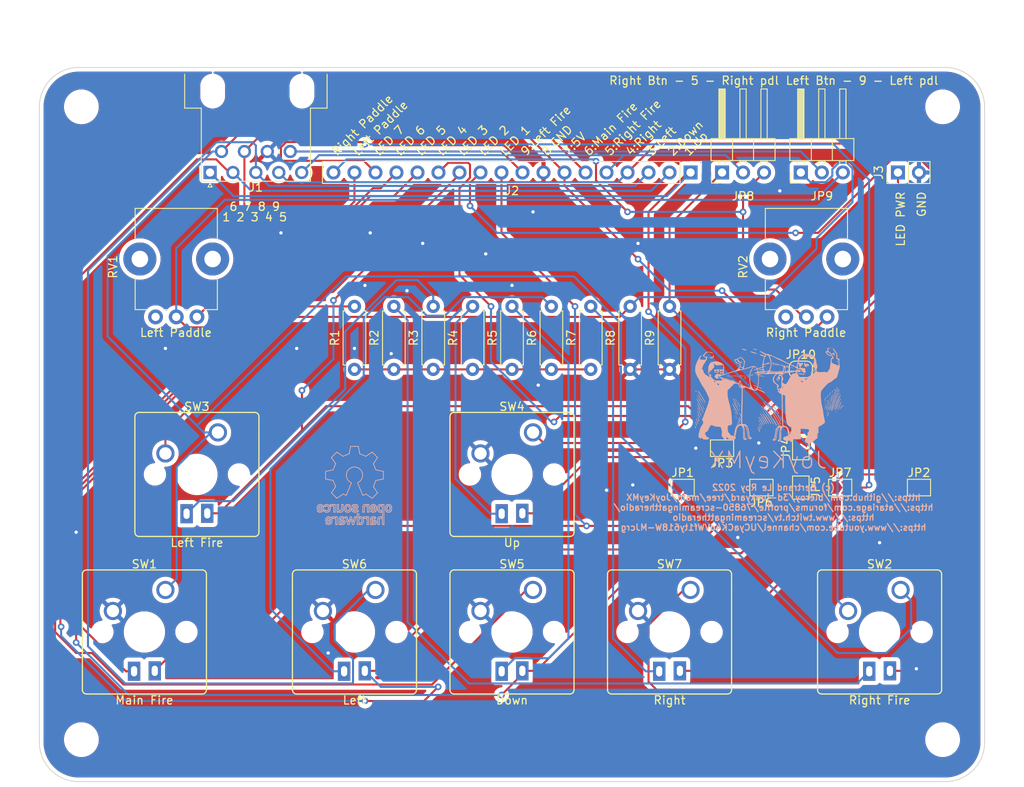
<source format=kicad_pcb>
(kicad_pcb (version 20211014) (generator pcbnew)
  (layers (0 "F.Cu" signal) (31 "B.Cu" signal) (34 "B.Paste" user) (35 "F.Paste" user) (36 "B.SilkS" user "B.Silkscreen") (37 "F.SilkS" user "F.Silkscreen") (38 "B.Mask" user) (39 "F.Mask" user) (44 "Edge.Cuts" user))
  (net 0 "")
  (net 1 "1")
  (net 2 "2")
  (net 3 "3")
  (net 4 "4")
  (net 5 "5")
  (net 6 "6")
  (net 7 "7")
  (net 8 "8")
  (net 9 "9")
  (net 10 "LEDVCC1")
  (net 11 "LEDVCC2")
  (net 12 "LEDVCC3")
  (net 13 "LEDVCC4")
  (net 14 "LEDVCC5")
  (net 15 "LEDVCC6")
  (net 16 "LEDVCC7")
  (net 17 "LED_VCC")
  (net 18 "BTNR")
  (net 19 "POTR")
  (net 20 "BTNL")
  (net 21 "POTL")
  (net 22 "LED_OUT")
  (net 23 "Net-(SW1-Pad3)")
  (net 24 "Net-(R2-Pad2)")
  (net 25 "Net-(SW`3-Pad3)")
  (net 26 "Net-(SW4-Pad3)")
  (net 27 "Net-(R5-Pad2)")
  (net 28 "Net-(R6-Pad2)")
  (net 29 "Net-(R7-Pad2)")
  (footprint "Connector_PinHeader_2.54mm:PinHeader_1x03_P2.54mm_Horizontal" (layer "F.Cu") (at 152.4 71.4375 90)
    (fp_text reference "JP8")
    (fp_text value "Jumper_3_Open")
  )
  (footprint "Jumper:SolderJumper-2_P1.3mm_Open_TrianglePad1.0x1.5mm" (layer "F.Cu") (at 157.1625 109.5375 180)
    (fp_text reference "JP6")
    (fp_text value "SolderJumper_2_Open")
  )
  (footprint "Universal-Switch-Footprint:MX-ALPs-PG1350-LED-FLIP" (layer "F.Cu") (at 146.05 127)
    (fp_text reference "SW7")
    (fp_text value "SW_WITHLED")
  )
  (footprint "Resistor_THT:R_Axial_DIN0207_L6.3mm_D2.5mm_P7.62mm_Horizontal" (layer "F.Cu") (at 131.7625 95.25 90)
    (fp_text reference "R6")
    (fp_text value "100")
  )
  (footprint "Jumper:SolderJumper-2_P1.3mm_Open_TrianglePad1.0x1.5mm" (layer "F.Cu") (at 176.2125 109.5375)
    (fp_text reference "JP2")
    (fp_text value "SolderJumper_2_Open")
  )
  (footprint "Connector_Dsub:DSUB-9_Female_Horizontal_P2.77x2.54mm_EdgePinOffset9.40mm" (layer "F.Cu") (at 90.4875 71.4375 180)
    (fp_text reference "J1")
    (fp_text value "DB9_Female")
  )
  (footprint "Connector_PinHeader_2.54mm:PinHeader_1x03_P2.54mm_Horizontal" (layer "F.Cu") (at 161.925 71.4375 90)
    (fp_text reference "JP9")
    (fp_text value "Jumper_3_Open")
  )
  (footprint "Jumper:SolderJumper-2_P1.3mm_Open_TrianglePad1.0x1.5mm" (layer "F.Cu") (at 147.6375 109.5375)
    (fp_text reference "JP1")
    (fp_text value "SolderJumper_2_Open")
  )
  (footprint "Universal-Switch-Footprint:MX-ALPs-PG1350-LED-FLIP" (layer "F.Cu") (at 88.9 107.95)
    (fp_text reference "SW3")
    (fp_text value "SW_WITHLED")
  )
  (footprint "Resistor_THT:R_Axial_DIN0207_L6.3mm_D2.5mm_P7.62mm_Horizontal" (layer "F.Cu") (at 107.95 95.25 90)
    (fp_text reference "R1")
    (fp_text value "100")
  )
  (footprint "Connector_PinHeader_2.54mm:PinHeader_1x18_P2.54mm_Vertical" (layer "F.Cu") (at 148.59 71.4375 -90)
    (fp_text reference "J2")
    (fp_text value "Conn_01x18")
  )
  (footprint "MountingHole:MountingHole_3.2mm_M3" (layer "F.Cu") (at 179.07 140.0175)
    (fp_text reference "REF**" hide)
    (fp_text value "MountingHole_3.2mm_M3")
  )
  (footprint "Universal-Switch-Footprint:MX-ALPs-PG1350-LED-FLIP" (layer "F.Cu") (at 127 107.95)
    (fp_text reference "SW4")
    (fp_text value "SW_WITHLED")
  )
  (footprint "Resistor_THT:R_Axial_DIN0207_L6.3mm_D2.5mm_P7.62mm_Horizontal" (layer "F.Cu") (at 122.2375 95.25 90)
    (fp_text reference "R4")
    (fp_text value "100")
  )
  (footprint "Connector_PinHeader_2.54mm:PinHeader_1x02_P2.54mm_Vertical" (layer "F.Cu") (at 173.6725 71.4375 90)
    (fp_text reference "J3")
    (fp_text value "Conn_01x02")
  )
  (footprint "Resistor_THT:R_Axial_DIN0207_L6.3mm_D2.5mm_P7.62mm_Horizontal" (layer "F.Cu") (at 127 95.25 90)
    (fp_text reference "R5")
    (fp_text value "100")
  )
  (footprint "Resistor_THT:R_Axial_DIN0207_L6.3mm_D2.5mm_P7.62mm_Horizontal" (layer "F.Cu") (at 141.2875 95.25 90)
    (fp_text reference "R8")
    (fp_text value "520")
  )
  (footprint "Jumper:SolderJumper-2_P1.3mm_Open_TrianglePad1.0x1.5mm" (layer "F.Cu") (at 161.925 104.775 90)
    (fp_text reference "JP4")
    (fp_text value "SolderJumper_2_Open")
  )
  (footprint "Jumper:SolderJumper-2_P1.3mm_Open_TrianglePad1.0x1.5mm" (layer "F.Cu") (at 166.6875 109.5375)
    (fp_text reference "JP7")
    (fp_text value "SolderJumper_2_Open")
  )
  (footprint "MountingHole:MountingHole_3.2mm_M3" (layer "F.Cu") (at 90.805 61.595)
    (fp_text reference "REF**" hide)
    (fp_text value "MountingHole_3.2mm_M3")
  )
  (footprint "MountingHole:MountingHole_3.2mm_M3" (layer "F.Cu") (at 101.6 61.595)
    (fp_text reference "REF**" hide)
    (fp_text value "MountingHole_3.2mm_M3")
  )
  (footprint "Universal-Switch-Footprint:MX-ALPs-PG1350-LED-FLIP" (layer "F.Cu") (at 171.45 127)
    (fp_text reference "SW2")
    (fp_text value "SW_WITHLED")
  )
  (footprint "Resistor_THT:R_Axial_DIN0207_L6.3mm_D2.5mm_P7.62mm_Horizontal" (layer "F.Cu") (at 136.525 95.25 90)
    (fp_text reference "R7")
    (fp_text value "100")
  )
  (footprint "Jumper:SolderJumper-2_P1.3mm_Open_TrianglePad1.0x1.5mm" (layer "F.Cu") (at 161.925 109.5375 -90)
    (fp_text reference "JP5")
    (fp_text value "SolderJumper_2_Open")
  )
  (footprint "Potentiometer_THT:Potentiometer_Bourns_PTV09A-1_Single_Vertical" (layer "F.Cu") (at 88.9 88.9 90)
    (fp_text reference "RV1")
    (fp_text value "1M")
  )
  (footprint "Resistor_THT:R_Axial_DIN0207_L6.3mm_D2.5mm_P7.62mm_Horizontal" (layer "F.Cu") (at 112.7125 95.25 90)
    (fp_text reference "R2")
    (fp_text value "100")
  )
  (footprint "MountingHole:MountingHole_3.2mm_M3" (layer "F.Cu") (at 74.93 63.5)
    (fp_text reference "REF**" hide)
    (fp_text value "MountingHole_3.2mm_M3")
  )
  (footprint "Universal-Switch-Footprint:MX-ALPs-PG1350-LED-FLIP" (layer "F.Cu") (at 82.55 127)
    (fp_text reference "SW1")
    (fp_text value "SW_WITHLED")
  )
  (footprint "Resistor_THT:R_Axial_DIN0207_L6.3mm_D2.5mm_P7.62mm_Horizontal" (layer "F.Cu") (at 146.05 95.25 90)
    (fp_text reference "R9")
    (fp_text value "520")
  )
  (footprint "Universal-Switch-Footprint:MX-ALPs-PG1350-LED-FLIP" (layer "F.Cu") (at 127 127)
    (fp_text reference "SW5")
    (fp_text value "SW_WITHLED")
  )
  (footprint "Universal-Switch-Footprint:MX-ALPs-PG1350-LED-FLIP" (layer "F.Cu") (at 107.95 127)
    (fp_text reference "SW6")
    (fp_text value "SW_WITHLED")
  )
  (footprint "Resistor_THT:R_Axial_DIN0207_L6.3mm_D2.5mm_P7.62mm_Horizontal" (layer "F.Cu") (at 117.475 95.25 90)
    (fp_text reference "R3")
    (fp_text value "100")
  )
  (footprint "Jumper:SolderJumper-2_P1.3mm_Open_TrianglePad1.0x1.5mm" (layer "F.Cu") (at 152.4 104.775 180)
    (fp_text reference "JP3")
    (fp_text value "SolderJumper_2_Open")
  )
  (footprint "Potentiometer_THT:Potentiometer_Bourns_PTV09A-1_Single_Vertical" (layer "F.Cu") (at 165.1 88.9 90)
    (fp_text reference "RV2")
    (fp_text value "1M")
  )
  (footprint "Jumper:SolderJumper-2_P1.3mm_Open_RoundedPad1.0x1.5mm" (layer "F.Cu") (at 161.925 95.25)
    (fp_text reference "JP10")
    (fp_text value "SolderJumper_2_Open")
  )
  (footprint "MountingHole:MountingHole_3.2mm_M3" (layer "F.Cu") (at 179.07 63.5)
    (fp_text reference "REF**" hide)
    (fp_text value "MountingHole_3.2mm_M3")
  )
  (footprint "MountingHole:MountingHole_3.2mm_M3" (layer "F.Cu") (at 74.93 140.0175)
    (fp_text reference "REF**" hide)
    (fp_text value "MountingHole_3.2mm_M3")
  )
  (footprint "Library:ScreamingLogo" (layer "B.Cu") (at 157.981223 97.336601 180)
    (fp_text reference "G***" hide)
    (fp_text value "LOGO" hide)
  )
  (footprint "Library:OSH_logo" (layer "B.Cu") (at 107.95 107.95 180)
    (fp_text reference "REF**" hide)
    (fp_text value "OSH_logo")
  )
  (gr_arc (start 69.85 63.5) (mid 71.244904 60.132404) (end 74.6125 58.7375) (layer "Edge.Cuts") (width 0.1))
  (gr_line (start 69.85 63.5) (end 69.85 140.335) (layer "Edge.Cuts") (width 0.1))
  (gr_arc (start 179.3875 58.7375) (mid 182.755096 60.132404) (end 184.15 63.5) (layer "Edge.Cuts") (width 0.1))
  (gr_arc (start 184.15 140.335) (mid 182.755096 143.702596) (end 179.3875 145.0975) (layer "Edge.Cuts") (width 0.1))
  (gr_line (start 74.6125 145.0975) (end 179.3875 145.0975) (layer "Edge.Cuts") (width 0.1))
  (gr_line (start 184.15 63.5) (end 184.15 140.335) (layer "Edge.Cuts") (width 0.1))
  (gr_line (start 74.6125 58.7375) (end 179.3875 58.7375) (layer "Edge.Cuts") (width 0.1))
  (gr_arc (start 74.6125 145.0975) (mid 71.244904 143.702596) (end 69.85 140.335) (layer "Edge.Cuts") (width 0.1))
  (gr_text "JoyKeyMX" (at 157.981223 106.226601) (layer "B.SilkS") (effects (font (size 2 2)) (justify mirror)))
  (gr_text "(c) Bertrand Le Roy 2022\nhttps://github.com/bleroy/3d-junkyard/tree/main/JoyKeyMX\nhttps://atariage.com/forums/profile/76850-screamingattheradio/\nhttps://www.twitch.tv/screamingattheradio\nhttps://www.youtube.com/channel/UCyaCK4oVWf1ty618W-MJcrg" (at 158.616223 111.941601) (layer "B.SilkS") (effects (font (size 0.75 0.75)) (justify mirror)))
  (gr_text "LED 2" (at 123.19 69.215 45) (layer "F.SilkS") (effects (font (size 1 1)) (justify left)))
  (gr_text "LED 6" (at 113.03 69.215 45) (layer "F.SilkS") (effects (font (size 1 1)) (justify left)))
  (gr_text "6 7 8 9" (at 95.885 75.565) (layer "F.SilkS") (effects (font (size 1 1))))
  (gr_text "LED 5" (at 115.57 69.215 45) (layer "F.SilkS") (effects (font (size 1 1)) (justify left)))
  (gr_text "Right Paddle" (at 105.41 69.215 45) (layer "F.SilkS") (effects (font (size 1 1)) (justify left)))
  (gr_text "Right Btn - 5 - Right pdl" (at 159.385 60.325) (layer "F.SilkS") (effects (font (size 1 1)) (justify right)))
  (gr_text "LED PWR" (at 173.99 73.66 90) (layer "F.SilkS") (effects (font (size 1 1)) (justify right)))
  (gr_text "6:Main Fire" (at 135.89 69.215 45) (layer "F.SilkS") (effects (font (size 1 1)) (justify left)))
  (gr_text "1 2 3 4 5" (at 95.885 76.835) (layer "F.SilkS") (effects (font (size 1 1))))
  (gr_text "Left Fire" (at 88.9 116.205) (layer "F.SilkS") (effects (font (size 1 1))))
  (gr_text "Up" (at 127 116.205) (layer "F.SilkS") (effects (font (size 1 1))))
  (gr_text "3:Left" (at 143.51 69.215 45) (layer "F.SilkS") (effects (font (size 1 1)) (justify left)))
  (gr_text "LED 4" (at 118.11 69.215 45) (layer "F.SilkS") (effects (font (size 1 1)) (justify left)))
  (gr_text "LED 1" (at 125.73 69.215 45) (layer "F.SilkS") (effects (font (size 1 1)) (justify left)))
  (gr_text "LED 7" (at 110.49 69.215 45) (layer "F.SilkS") (effects (font (size 1 1)) (justify left)))
  (gr_text "4:Right" (at 140.97 69.215 45) (layer "F.SilkS") (effects (font (size 1 1)) (justify left)))
  (gr_text "LED 3" (at 120.65 69.215 45) (layer "F.SilkS") (effects (font (size 1 1)) (justify left)))
  (gr_text "Down" (at 127 135.255) (layer "F.SilkS") (effects (font (size 1 1))))
  (gr_text "1:Up" (at 147.955 69.215 45) (layer "F.SilkS") (effects (font (size 1 1)) (justify left)))
  (gr_text "Left Btn - 9 - Left pdl" (at 160.02 60.325) (layer "F.SilkS") (effects (font (size 1 1)) (justify left)))
  (gr_text "Right" (at 146.05 135.255) (layer "F.SilkS") (effects (font (size 1 1))))
  (gr_text "5:Right Fire" (at 138.43 69.215 45) (layer "F.SilkS") (effects (font (size 1 1)) (justify left)))
  (gr_text "Main Fire" (at 82.55 135.255) (layer "F.SilkS") (effects (font (size 1 1))))
  (gr_text "7:5V" (at 133.35 69.215 45) (layer "F.SilkS") (effects (font (size 1 1)) (justify left)))
  (gr_text "GND" (at 176.53 73.66 90) (layer "F.SilkS") (effects (font (size 1 1)) (justify right)))
  (gr_text "Right Fire" (at 171.45 135.255) (layer "F.SilkS") (effects (font (size 1 1))))
  (gr_text "9:Left Fire" (at 128.27 69.215 45) (layer "F.SilkS") (effects (font (size 1 1)) (justify left)))
  (gr_text "8:GND" (at 130.81 69.215 45) (layer "F.SilkS") (effects (font (size 1 1)) (justify left)))
  (gr_text "Left Paddle" (at 107.95 69.215 45) (layer "F.SilkS") (effects (font (size 1 1)) (justify left)))
  (gr_text "Left Paddle" (at 86.36 90.805) (layer "F.SilkS") (effects (font (size 1 1))))
  (gr_text "Right Paddle" (at 162.56 90.805) (layer "F.SilkS") (effects (font (size 1 1))))
  (gr_text "2:Down" (at 146.05 69.215 45) (layer "F.SilkS") (effects (font (size 1 1)) (justify left)))
  (gr_text "Left" (at 107.95 135.255) (layer "F.SilkS") (effects (font (size 1 1))))
  (segment (start 148.59 71.4375) (end 148.2725 71.4375) (width 0.25) (layer "F.Cu") (net 1))
  (segment (start 130.82 104.15) (end 129.54 102.87) (width 0.25) (layer "F.Cu") (net 1))
  (segment (start 145.405 104.15) (end 130.82 104.15) (width 0.25) (layer "F.Cu") (net 1))
  (segment (start 148.2725 71.4375) (end 143.51 76.2) (width 0.25) (layer "F.Cu") (net 1))
  (segment (start 143.51 88.265) (end 143.51 76.2) (width 0.25) (layer "F.Cu") (net 1))
  (segment (start 147.955 101.6) (end 145.405 104.15) (width 0.25) (layer "F.Cu") (net 1))
  (via (at 143.51 88.265) (size 0.8) (drill 0.4) (layers "F.Cu" "B.Cu") (net 1))
  (via (at 147.955 101.6) (size 0.8) (drill 0.4) (layers "F.Cu" "B.Cu") (net 1))
  (segment (start 145.7325 74.295) (end 144.145 74.295) (width 0.25) (layer "B.Cu") (net 1))
  (segment (start 93.345 74.295) (end 90.4875 71.4375) (width 0.25) (layer "B.Cu") (net 1))
  (segment (start 147.955 92.71) (end 143.51 88.265) (width 0.25) (layer "B.Cu") (net 1))
  (segment (start 148.59 71.4375) (end 145.7325 74.295) (width 0.25) (layer "B.Cu") (net 1))
  (segment (start 144.145 74.295) (end 93.345 74.295) (width 0.25) (layer "B.Cu") (net 1))
  (segment (start 147.955 101.6) (end 147.955 92.71) (width 0.25) (layer "B.Cu") (net 1))
  (segment (start 76.2 129.54) (end 74.295 129.54) (width 0.25) (layer "F.Cu") (net 2))
  (segment (start 74.293409 129.541591) (end 71.755 127.003182) (width 0.25) (layer "F.Cu") (net 2))
  (segment (start 117.403146 133.278146) (end 124.614511 126.066781) (width 0.25) (layer "F.Cu") (net 2))
  (segment (start 71.755 86.995) (end 88.9 69.85) (width 0.25) (layer "F.Cu") (net 2))
  (segment (start 117.331292 133.35) (end 80.01 133.35) (width 0.25) (layer "F.Cu") (net 2))
  (segment (start 92.8222 71.4375) (end 93.2575 71.4375) (width 0.25) (layer "F.Cu") (net 2))
  (segment (start 123.19 127.432262) (end 127 123.622262) (width 0.25) (layer "F.Cu") (net 2))
  (segment (start 117.403146 133.278146) (end 123.19 127.491292) (width 0.25) (layer "F.Cu") (net 2))
  (segment (start 124.614511 126.066781) (end 124.614511 126.034479) (width 0.25) (layer "F.Cu") (net 2))
  (segment (start 128.72899 121.92) (end 129.54 121.92) (width 0.25) (layer "F.Cu") (net 2))
  (segment (start 74.295 129.54) (end 74.293409 129.541591) (width 0.25) (layer "F.Cu") (net 2))
  (segment (start 80.01 133.35) (end 76.2 129.54) (width 0.25) (layer "F.Cu") (net 2))
  (segment (start 124.614511 126.034479) (end 128.72899 121.92) (width 0.25) (layer "F.Cu") (net 2))
  (segment (start 123.19 127.491292) (end 123.19 127.432262) (width 0.25) (layer "F.Cu") (net 2))
  (segment (start 71.755 127.003182) (end 71.755 86.995) (width 0.25) (layer "F.Cu") (net 2))
  (segment (start 91.2347 69.85) (end 92.8222 71.4375) (width 0.25) (layer "F.Cu") (net 2))
  (segment (start 117.403146 133.278146) (end 117.331292 133.35) (width 0.25) (layer "F.Cu") (net 2))
  (segment (start 88.9 69.85) (end 91.2347 69.85) (width 0.25) (layer "F.Cu") (net 2))
  (segment (start 141.605 73.66) (end 95.48 73.66) (width 0.25) (layer "B.Cu") (net 2))
  (segment (start 95.48 73.66) (end 93.2575 71.4375) (width 0.25) (layer "B.Cu") (net 2))
  (segment (start 146.05 71.4375) (end 143.8275 73.66) (width 0.25) (layer "B.Cu") (net 2))
  (segment (start 143.8275 73.66) (end 141.605 73.66) (width 0.25) (layer "B.Cu") (net 2))
  (segment (start 91.267271 67.772989) (end 95.629267 67.772989) (width 0.25) (layer "B.Cu") (net 3))
  (segment (start 75.725479 128.724501) (end 75.725479 83.314781) (width 0.25) (layer "B.Cu") (net 3))
  (segment (start 96.0275 68.171222) (end 96.0275 71.4375) (width 0.25) (layer "B.Cu") (net 3))
  (segment (start 141.885969 73.061531) (end 139.736531 73.061531) (width 0.25) (layer "B.Cu") (net 3))
  (segment (start 143.51 71.4375) (end 141.885969 73.061531) (width 0.25) (layer "B.Cu") (net 3))
  (segment (start 109.652262 121.92) (end 110.49 121.92) (width 0.25) (layer "B.Cu") (net 3))
  (segment (start 97.651531 73.061531) (end 96.0275 71.4375) (width 0.25) (layer "B.Cu") (net 3))
  (segment (start 107.774511 130.275489) (end 107.774511 133.224511) (width 0.25) (layer "B.Cu") (net 3))
  (segment (start 95.629267 67.772989) (end 96.0275 68.171222) (width 0.25) (layer "B.Cu") (net 3))
  (segment (start 105.561579 126.010683) (end 109.652262 121.92) (width 0.25) (layer "B.Cu") (net 3))
  (segment (start 75.725479 83.314781) (end 91.267271 67.772989) (width 0.25) (layer "B.Cu") (net 3))
  (segment (start 105.561579 128.062557) (end 107.774511 130.275489) (width 0.25) (layer "B.Cu") (net 3))
  (segment (start 105.561579 126.010683) (end 105.561579 128.062557) (width 0.25) (layer "B.Cu") (net 3))
  (segment (start 107.774511 133.224511) (end 80.225489 133.224511) (width 0.25) (layer "B.Cu") (net 3))
  (segment (start 139.736531 73.061531) (end 97.651531 73.061531) (width 0.25) (layer "B.Cu") (net 3))
  (segment (start 80.225489 133.224511) (end 75.725479 128.724501) (width 0.25) (layer "B.Cu") (net 3))
  (segment (start 147.32 67.945) (end 176.53 67.945) (width 0.25) (layer "F.Cu") (net 4))
  (segment (start 147.32 67.945) (end 144.4625 67.945) (width 0.25) (layer "F.Cu") (net 4))
  (segment (start 175.168202 133.985) (end 144.485978 133.985) (width 0.25) (layer "F.Cu") (net 4))
  (segment (start 144.485978 133.985) (end 143.51 133.009022) (width 0.25) (layer "F.Cu") (net 4))
  (segment (start 178.724041 70.139041) (end 178.724041 130.429161) (width 0.25) (layer "F.Cu") (net 4))
  (segment (start 143.51 133.009022) (end 143.51 126.162262) (width 0.25) (layer "F.Cu") (net 4))
  (segment (start 176.53 67.945) (end 178.724041 70.139041) (width 0.25) (layer "F.Cu") (net 4))
  (segment (start 144.4625 67.945) (end 140.97 71.4375) (width 0.25) (layer "F.Cu") (net 4))
  (segment (start 178.724041 130.429161) (end 175.168202 133.985) (width 0.25) (layer "F.Cu") (net 4))
  (segment (start 143.51 126.162262) (end 147.752262 121.92) (width 0.25) (layer "F.Cu") (net 4))
  (segment (start 147.752262 121.92) (end 148.59 121.92) (width 0.25) (layer "F.Cu") (net 4))
  (segment (start 138.207989 72.612011) (end 99.972011 72.612011) (width 0.25) (layer "B.Cu") (net 4))
  (segment (start 140.97 71.4375) (end 139.795489 72.612011) (width 0.25) (layer "B.Cu") (net 4))
  (segment (start 139.795489 72.612011) (end 138.207989 72.612011) (width 0.25) (layer "B.Cu") (net 4))
  (segment (start 99.972011 72.612011) (end 98.7975 71.4375) (width 0.25) (layer "B.Cu") (net 4))
  (segment (start 103.65798 69.34702) (end 140.46702 69.34702) (width 0.25) (layer "B.Cu") (net 5))
  (segment (start 138.43 71.4375) (end 140.46702 69.40048) (width 0.25) (layer "B.Cu") (net 5))
  (segment (start 152.84952 69.34702) (end 154.94 71.4375) (width 0.25) (layer "B.Cu") (net 5))
  (segment (start 140.46702 69.34702) (end 152.84952 69.34702) (width 0.25) (layer "B.Cu") (net 5))
  (segment (start 140.46702 69.40048) (end 140.46702 69.34702) (width 0.25) (layer "B.Cu") (net 5))
  (segment (start 101.5675 71.4375) (end 103.65798 69.34702) (width 0.25) (layer "B.Cu") (net 5))
  (segment (start 96.635 64.135) (end 127.3175 64.135) (width 0.25) (layer "F.Cu") (net 6))
  (segment (start 128.5875 64.135) (end 135.89 71.4375) (width 0.25) (layer "F.Cu") (net 6))
  (segment (start 127.3175 64.135) (end 128.5875 64.135) (width 0.25) (layer "F.Cu") (net 6))
  (segment (start 91.8725 68.8975) (end 96.635 64.135) (width 0.25) (layer "F.Cu") (net 6))
  (segment (start 166.37 129.54) (end 172.287738 129.54) (width 0.25) (layer "B.Cu") (net 6))
  (segment (start 140.162989 89.677689) (end 140.162989 103.332989) (width 0.25) (layer "B.Cu") (net 6))
  (segment (start 85.09 121.92) (end 86.450001 120.559999) (width 0.25) (layer "B.Cu") (net 6))
  (segment (start 78.105 91.255) (end 78.105 81.570978) (width 0.25) (layer "B.Cu") (net 6))
  (segment (start 78.105 81.570978) (end 90.778478 68.8975) (width 0.25) (layer "B.Cu") (net 6))
  (segment (start 88.9 102.05) (end 106.94452 84.00548) (width 0.25) (layer "B.Cu") (net 6))
  (segment (start 86.450001 107.022261) (end 88.062262 105.41) (width 0.25) (layer "B.Cu") (net 6))
  (segment (start 88.9 102.05) (end 89.72 102.87) (width 0.25) (layer "B.Cu") (net 6))
  (segment (start 172.287738 129.54) (end 175.26 126.567738) (width 0.25) (layer "B.Cu") (net 6))
  (segment (start 140.162989 103.332989) (end 166.37 129.54) (width 0.25) (layer "B.Cu") (net 6))
  (segment (start 106.94452 84.00548) (end 134.49078 84.00548) (width 0.25) (layer "B.Cu") (net 6))
  (segment (start 89.72 102.87) (end 91.44 102.87) (width 0.25) (layer "B.Cu") (net 6))
  (segment (start 90.602262 102.87) (end 91.44 102.87) (width 0.25) (layer "B.Cu") (net 6))
  (segment (start 86.450001 120.559999) (end 86.450001 119.289999) (width 0.25) (layer "B.Cu") (net 6))
  (segment (start 86.450001 119.289999) (end 86.450001 107.022261) (width 0.25) (layer "B.Cu") (net 6))
  (segment (start 175.26 126.567738) (end 175.26 123.19) (width 0.25) (layer "B.Cu") (net 6))
  (segment (start 90.778478 68.8975) (end 91.8725 68.8975) (width 0.25) (layer "B.Cu") (net 6))
  (segment (start 88.9 102.05) (end 78.105 91.255) (width 0.25) (layer "B.Cu") (net 6))
  (segment (start 88.062262 105.41) (end 90.602262 102.87) (width 0.25) (layer "B.Cu") (net 6))
  (segment (start 175.26 123.19) (end 173.99 121.92) (width 0.25) (layer "B.Cu") (net 6))
  (segment (start 134.49078 84.00548) (end 140.162989 89.677689) (width 0.25) (layer "B.Cu") (net 6))
  (segment (start 133.35 71.4375) (end 133.35 73.025) (width 0.25) (layer "F.Cu") (net 7))
  (segment (start 159.4 92.725) (end 161.275 92.725) (width 0.25) (layer "F.Cu") (net 7))
  (segment (start 126.49702 64.58452) (end 133.35 71.4375) (width 0.25) (layer "F.Cu") (net 7))
  (segment (start 161.275 95.25) (end 161.275 92.725) (width 0.25) (layer "F.Cu") (net 7))
  (segment (start 125.22702 64.58452) (end 126.49702 64.58452) (width 0.25) (layer "F.Cu") (net 7))
  (segment (start 152.4 85.725) (end 159.4 92.725) (width 0.25) (layer "F.Cu") (net 7))
  (segment (start 161.275 92.725) (end 165.1 88.9) (width 0.25) (layer "F.Cu") (net 7))
  (segment (start 98.95548 64.58452) (end 125.22702 64.58452) (width 0.25) (layer "F.Cu") (net 7))
  (segment (start 94.6425 68.8975) (end 98.95548 64.58452) (width 0.25) (layer "F.Cu") (net 7))
  (segment (start 133.35 73.025) (end 142.24 81.915) (width 0.25) (layer "F.Cu") (net 7))
  (segment (start 88.9 88.9) (end 94.6425 83.1575) (width 0.25) (layer "F.Cu") (net 7))
  (segment (start 94.6425 83.1575) (end 94.6425 68.8975) (width 0.25) (layer "F.Cu") (net 7))
  (via (at 152.4 85.725) (size 0.8) (drill 0.4) (layers "F.Cu" "B.Cu") (net 7))
  (via (at 142.24 81.915) (size 0.8) (drill 0.4) (layers "F.Cu" "B.Cu") (net 7))
  (segment (start 142.24 81.915) (end 146.05 85.725) (width 0.25) (layer "B.Cu") (net 7))
  (segment (start 146.05 85.725) (end 152.4 85.725) (width 0.25) (layer "B.Cu") (net 7))
  (segment (start 141.2875 95.25) (end 146.05 95.25) (width 0.25) (layer "F.Cu") (net 8))
  (via (at 127 85.09) (size 0.8) (drill 0.4) (layers "F.Cu" "B.Cu") (net 8))
  (via (at 100.965 92.71) (size 0.8) (drill 0.4) (layers "F.Cu" "B.Cu") (net 8))
  (via (at 104.775 129.54) (size 0.8) (drill 0.4) (layers "F.Cu" "B.Cu") (net 8))
  (via (at 74.295 114.935) (size 0.8) (drill 0.4) (layers "F.Cu" "B.Cu") (net 8))
  (via (at 99.06 78.74) (size 0.8) (drill 0.4) (layers "F.Cu" "B.Cu") (net 8))
  (via (at 149.225 104.775) (size 0.8) (drill 0.4) (layers "F.Cu" "B.Cu") (net 8))
  (via (at 175.895 131.445) (size 0.8) (drill 0.4) (layers "F.Cu" "B.Cu") (net 8))
  (via (at 141.605 109.22) (size 0.8) (drill 0.4) (layers "F.Cu" "B.Cu") (net 8))
  (via (at 129.54 76.2) (size 0.8) (drill 0.4) (layers "F.Cu" "B.Cu") (net 8))
  (via (at 107.95 92.71) (size 0.8) (drill 0.4) (layers "F.Cu" "B.Cu") (net 8))
  (via (at 171.45 116.205) (size 0.8) (drill 0.4) (layers "F.Cu" "B.Cu") (net 8))
  (via (at 159.385 73.66) (size 0.8) (drill 0.4) (layers "F.Cu" "B.Cu") (net 8))
  (via (at 130.175 97.155) (size 0.8) (drill 0.4) (layers "F.Cu" "B.Cu") (net 8))
  (via (at 85.09 92.71) (size 0.8) (drill 0.4) (layers "F.Cu" "B.Cu") (net 8))
  (via (at 138.43 109.855) (size 0.8) (drill 0.4) (layers "F.Cu" "B.Cu") (net 8))
  (via (at 154.305 115.57) (size 0.8) (drill 0.4) (layers "F.Cu" "B.Cu") (net 8))
  (via (at 142.24 80.01) (size 0.8) (drill 0.4) (layers "F.Cu" "B.Cu") (net 8))
  (via (at 156.845 104.14) (size 0.8) (drill 0.4) (layers "F.Cu" "B.Cu") (net 8))
  (via (at 109.22 85.09) (size 0.8) (drill 0.4) (layers "F.Cu" "B.Cu") (net 8))
  (via (at 116.205 80.01) (size 0.8) (drill 0.4) (layers "F.Cu" "B.Cu") (net 8))
  (via (at 109.855 78.74) (size 0.8) (drill 0.4) (layers "F.Cu" "B.Cu") (net 8))
  (via (at 114.3 85.725) (size 0.8) (drill 0.4) (layers "F.Cu" "B.Cu") (net 8))
  (via (at 123.825 81.28) (size 0.8) (drill 0.4) (layers "F.Cu" "B.Cu") (net 8))
  (via (at 112.395 93.345) (size 0.8) (drill 0.4) (layers "F.Cu" "B.Cu") (net 8))
  (segment (start 125.73 68.8975) (end 128.27 71.4375) (width 0.25) (layer "F.Cu") (net 9))
  (segment (start 124.46 68.8975) (end 125.73 68.8975) (width 0.25) (layer "F.Cu") (net 9))
  (segment (start 124.46 68.8975) (end 100.1825 68.8975) (width 0.25) (layer "F.Cu") (net 9))
  (segment (start 164.465 71.4375) (end 161.925 68.8975) (width 0.25) (layer "B.Cu") (net 9))
  (segment (start 161.925 68.8975) (end 100.1825 68.8975) (width 0.25) (layer "B.Cu") (net 9))
  (segment (start 125.73 78.74) (end 128.5875 81.5975) (width 0.25) (layer "F.Cu") (net 10))
  (segment (start 136.015489 114.174511) (end 143.984429 114.174511) (width 0.25) (layer "F.Cu") (net 10))
  (segment (start 125.73 77.47) (end 125.73 71.4375) (width 0.25) (layer "F.Cu") (net 10))
  (segment (start 83.8 131.7) (end 85.274521 130.225479) (width 0.25) (layer "F.Cu") (net 10))
  (segment (start 85.274521 130.225479) (end 93.294521 130.225479) (width 0.25) (layer "F.Cu") (net 10))
  (segment (start 125.73 77.47) (end 125.73 78.74) (width 0.25) (layer "F.Cu") (net 10))
  (segment (start 109.345489 114.174511) (end 136.015489 114.174511) (width 0.25) (layer "F.Cu") (net 10))
  (segment (start 128.5875 81.5975) (end 134.62 87.63) (width 0.25) (layer "F.Cu") (net 10))
  (segment (start 148.3625 109.79644) (end 148.3625 109.5375) (width 0.25) (layer "F.Cu") (net 10))
  (segment (start 143.984429 114.174511) (end 148.3625 109.79644) (width 0.25) (layer "F.Cu") (net 10))
  (segment (start 93.294521 130.225479) (end 109.345489 114.174511) (width 0.25) (layer "F.Cu") (net 10))
  (via (at 136.015489 114.174511) (size 0.8) (drill 0.4) (layers "F.Cu" "B.Cu") (net 10))
  (via (at 134.62 87.63) (size 0.8) (drill 0.4) (layers "F.Cu" "B.Cu") (net 10))
  (segment (start 134.62 87.63) (end 134.62 112.779022) (width 0.25) (layer "B.Cu") (net 10))
  (segment (start 134.62 112.779022) (end 136.015489 114.174511) (width 0.25) (layer "B.Cu") (net 10))
  (segment (start 172.910978 69.85) (end 176.369521 69.85) (width 0.25) (layer "F.Cu") (net 11))
  (segment (start 176.369521 69.85) (end 177.8 71.280479) (width 0.25) (layer "F.Cu") (net 11))
  (segment (start 121.92 75.46902) (end 121.92 72.7075) (width 0.25) (layer "F.Cu") (net 11))
  (segment (start 174.123157 131.7) (end 178.274521 127.548636) (width 0.25) (layer "F.Cu") (net 11))
  (segment (start 164.020978 78.74) (end 172.910978 69.85) (width 0.25) (layer "F.Cu") (net 11))
  (segment (start 178.274521 127.548636) (end 178.274521 110.874521) (width 0.25) (layer "F.Cu") (net 11))
  (segment (start 161.29 78.74) (end 164.020978 78.74) (width 0.25) (layer "F.Cu") (net 11))
  (segment (start 178.274521 110.874521) (end 176.9375 109.5375) (width 0.25) (layer "F.Cu") (net 11))
  (segment (start 172.7 131.7) (end 174.123157 131.7) (width 0.25) (layer "F.Cu") (net 11))
  (segment (start 121.92 72.7075) (end 123.19 71.4375) (width 0.25) (layer "F.Cu") (net 11))
  (segment (start 177.8 108.675) (end 176.9375 109.5375) (width 0.25) (layer "F.Cu") (net 11))
  (segment (start 177.8 71.280479) (end 177.8 108.675) (width 0.25) (layer "F.Cu") (net 11))
  (via (at 161.29 78.74) (size 0.8) (drill 0.4) (layers "F.Cu" "B.Cu") (net 11))
  (via (at 121.92 75.46902) (size 0.8) (drill 0.4) (layers "F.Cu" "B.Cu") (net 11))
  (segment (start 125.19098 78.74) (end 161.29 78.74) (width 0.25) (layer "B.Cu") (net 11))
  (segment (start 121.92 75.46902) (end 125.19098 78.74) (width 0.25) (layer "B.Cu") (net 11))
  (segment (start 100.524079 103.699079) (end 104.528157 99.695) (width 0.25) (layer "F.Cu") (net 12))
  (segment (start 90.15 112.65) (end 91.573157 112.65) (width 0.25) (layer "F.Cu") (net 12))
  (segment (start 101.6 102.623158) (end 100.524079 103.699079) (width 0.25) (layer "F.Cu") (net 12))
  (segment (start 91.573157 112.65) (end 100.524079 103.699079) (width 0.25) (layer "F.Cu") (net 12))
  (segment (start 104.528157 99.695) (end 148.30394 99.695) (width 0.25) (layer "F.Cu") (net 12))
  (segment (start 101.6 97.79) (end 101.6 102.623158) (width 0.25) (layer "F.Cu") (net 12))
  (segment (start 114.89025 77.42525) (end 105.41 86.9055) (width 0.25) (layer "F.Cu") (net 12))
  (segment (start 120.20048 72.11502) (end 120.20048 71.4375) (width 0.25) (layer "F.Cu") (net 12))
  (segment (start 151.675 103.06606) (end 148.30394 99.695) (width 0.25) (layer "F.Cu") (net 12))
  (segment (start 114.89025 77.42525) (end 120.20048 72.11502) (width 0.25) (layer "F.Cu") (net 12))
  (segment (start 151.675 104.775) (end 151.675 103.06606) (width 0.25) (layer "F.Cu") (net 12))
  (via (at 105.41 86.9055) (size 0.8) (drill 0.4) (layers "F.Cu" "B.Cu") (net 12))
  (via (at 101.6 97.79) (size 0.8) (drill 0.4) (layers "F.Cu" "B.Cu") (net 12))
  (segment (start 105.41 86.9055) (end 105.41 93.98) (width 0.25) (layer "B.Cu") (net 12))
  (segment (start 105.41 93.98) (end 101.6 97.79) (width 0.25) (layer "B.Cu") (net 12))
  (segment (start 121.92 72.071782) (end 121.92 70.485) (width 0.25) (layer "F.Cu") (net 13))
  (segment (start 149.225 101.6) (end 149.225 102.87) (width 0.25) (layer "F.Cu") (net 13))
  (segment (start 124.46 87.63) (end 120.65 83.82) (width 0.25) (layer "F.Cu") (net 13))
  (segment (start 121.697989 70.262989) (end 119.284511 70.262989) (width 0.25) (layer "F.Cu") (net 13))
  (segment (start 120.65 83.82) (end 120.65 73.341782) (width 0.25) (layer "F.Cu") (net 13))
  (segment (start 159.58048 105.84952) (end 161.38 104.05) (width 0.25) (layer "F.Cu") (net 13))
  (segment (start 146.24548 105.84952) (end 159.58048 105.84952) (width 0.25) (layer "F.Cu") (net 13))
  (segment (start 120.65 73.341782) (end 121.92 72.071782) (width 0.25) (layer "F.Cu") (net 13))
  (segment (start 132.804511 100.875489) (end 148.500489 100.875489) (width 0.25) (layer "F.Cu") (net 13))
  (segment (start 132.08 101.6) (end 132.804511 100.875489) (width 0.25) (layer "F.Cu") (net 13))
  (segment (start 148.500489 100.875489) (end 149.225 101.6) (width 0.25) (layer "F.Cu") (net 13))
  (segment (start 128.25 112.65) (end 129.673157 112.65) (width 0.25) (layer "F.Cu") (net 13))
  (segment (start 149.225 102.87) (end 146.24548 105.84952) (width 0.25) (layer "F.Cu") (net 13))
  (segment (start 121.92 70.485) (end 121.697989 70.262989) (width 0.25) (layer "F.Cu") (net 13))
  (segment (start 136.473637 105.84952) (end 146.24548 105.84952) (width 0.25) (layer "F.Cu") (net 13))
  (segment (start 161.38 104.05) (end 161.925 104.05) (width 0.25) (layer "F.Cu") (net 13))
  (segment (start 129.673157 112.65) (end 136.473637 105.84952) (width 0.25) (layer "F.Cu") (net 13))
  (segment (start 119.284511 70.262989) (end 118.11 71.4375) (width 0.25) (layer "F.Cu") (net 13))
  (via (at 124.46 87.63) (size 0.8) (drill 0.4) (layers "F.Cu" "B.Cu") (net 13))
  (via (at 132.08 101.6) (size 0.8) (drill 0.4) (layers "F.Cu" "B.Cu") (net 13))
  (segment (start 124.46 94.3003) (end 131.7597 101.6) (width 0.25) (layer "B.Cu") (net 13))
  (segment (start 124.46 87.63) (end 124.46 94.3003) (width 0.25) (layer "B.Cu") (net 13))
  (segment (start 131.7597 101.6) (end 132.08 101.6) (width 0.25) (layer "B.Cu") (net 13))
  (segment (start 112.7125 74.295) (end 109.855718 74.295) (width 0.25) (layer "F.Cu") (net 14))
  (segment (start 128.25 131.7) (end 129.92 131.7) (width 0.25) (layer "F.Cu") (net 14))
  (segment (start 144.145 117.475) (end 154.7125 117.475) (width 0.25) (layer "F.Cu") (net 14))
  (segment (start 129.92 131.7) (end 144.145 117.475) (width 0.25) (layer "F.Cu") (net 14))
  (segment (start 72.83952 111.311198) (end 72.83952 124.90952) (width 0.25) (layer "F.Cu") (net 14))
  (segment (start 154.7125 117.475) (end 161.925 110.2625) (width 0.25) (layer "F.Cu") (net 14))
  (segment (start 72.83952 124.90952) (end 74.295 126.365) (width 0.25) (layer "F.Cu") (net 14))
  (segment (start 115.57 71.4375) (end 112.7125 74.295) (width 0.25) (layer "F.Cu") (net 14))
  (segment (start 109.855718 74.295) (end 72.83952 111.311198) (width 0.25) (layer "F.Cu") (net 14))
  (segment (start 74.295 126.365) (end 74.295 128.27) (width 0.25) (layer "F.Cu") (net 14))
  (segment (start 128.25 132.1) (end 128.25 131.7) (width 0.25) (layer "F.Cu") (net 14))
  (segment (start 125.73 134.62) (end 128.25 132.1) (width 0.25) (layer "F.Cu") (net 14))
  (via (at 125.73 134.62) (size 0.8) (drill 0.4) (layers "F.Cu" "B.Cu") (net 14))
  (via (at 74.295 128.27) (size 0.8) (drill 0.4) (layers "F.Cu" "B.Cu") (net 14))
  (segment (start 80.645 134.62) (end 125.73 134.62) (width 0.25) (layer "B.Cu") (net 14))
  (segment (start 74.295 128.27) (end 80.645 134.62) (width 0.25) (layer "B.Cu") (net 14))
  (segment (start 116.36139 135.3445) (end 118.068351 133.637539) (width 0.25) (layer "F.Cu") (net 15))
  (segment (start 72.39 126.2755) (end 72.39 111.125) (width 0.25) (layer "F.Cu") (net 15))
  (segment (start 72.39 111.125) (end 110.1725 73.3425) (width 0.25) (layer "F.Cu") (net 15))
  (segment (start 111.125 73.3425) (end 113.03 71.4375) (width 0.25) (layer "F.Cu") (net 15))
  (segment (start 125.297677 117.02548) (end 148.94952 117.02548) (width 0.25) (layer "F.Cu") (net 15))
  (segment (start 148.94952 117.02548) (end 156.4375 109.5375) (width 0.25) (layer "F.Cu") (net 15))
  (segment (start 109.2 131.7) (end 110.623157 131.7) (width 0.25) (layer "F.Cu") (net 15))
  (segment (start 110.1725 73.3425) (end 111.125 73.3425) (width 0.25) (layer "F.Cu") (net 15))
  (segment (start 109.22 135.3445) (end 116.36139 135.3445) (width 0.25) (layer "F.Cu") (net 15))
  (segment (start 72.4795 126.365) (end 72.39 126.2755) (width 0.25) (layer "F.Cu") (net 15))
  (segment (start 110.623157 131.7) (end 125.297677 117.02548) (width 0.25) (layer "F.Cu") (net 15))
  (via (at 109.22 135.3445) (size 0.8) (drill 0.4) (layers "F.Cu" "B.Cu") (net 15))
  (via (at 118.068351 133.637539) (size 0.8) (drill 0.4) (layers "F.Cu" "B.Cu") (net 15))
  (via (at 72.4795 126.365) (size 0.8) (drill 0.4) (layers "F.Cu" "B.Cu") (net 15))
  (segment (start 72.4795 127.479114) (end 80.344886 135.3445) (width 0.25) (layer "B.Cu") (net 15))
  (segment (start 80.344886 135.3445) (end 109.22 135.3445) (width 0.25) (layer "B.Cu") (net 15))
  (segment (start 118.068351 133.637539) (end 111.137539 133.637539) (width 0.25) (layer "B.Cu") (net 15))
  (segment (start 111.137539 133.637539) (end 109.2 131.7) (width 0.25) (layer "B.Cu") (net 15))
  (segment (start 72.4795 126.365) (end 72.4795 127.479114) (width 0.25) (layer "B.Cu") (net 15))
  (segment (start 99.695 67.75952) (end 108.94502 67.75952) (width 0.25) (layer "F.Cu") (net 16))
  (segment (start 99.057989 68.396531) (end 99.695 67.75952) (width 0.25) (layer "F.Cu") (net 16))
  (segment (start 108.94502 67.75952) (end 109.22 68.0345) (width 0.25) (layer "F.Cu") (net 16))
  (segment (start 148.723157 131.7) (end 167.4125 113.010657) (width 0.25) (layer "F.Cu") (net 16))
  (segment (start 147.3 131.7) (end 148.723157 131.7) (width 0.25) (layer "F.Cu") (net 16))
  (segment (start 99.057989 69.847989) (end 99.057989 68.396531) (width 0.25) (layer "F.Cu") (net 16))
  (segment (start 167.4125 113.010657) (end 167.4125 109.5375) (width 0.25) (layer "F.Cu") (net 16))
  (segment (start 167.4125 109.5375) (end 169.8625 109.5375) (width 0.25) (layer "F.Cu") (net 16))
  (segment (start 99.232011 70.022011) (end 99.057989 69.847989) (width 0.25) (layer "F.Cu") (net 16))
  (segment (start 103.677011 70.022011) (end 99.232011 70.022011) (width 0.25) (layer "F.Cu") (net 16))
  (segment (start 169.8625 109.5375) (end 170.18 109.22) (width 0.25) (layer "F.Cu") (net 16))
  (segment (start 109.074511 70.022011) (end 110.49 71.4375) (width 0.25) (layer "F.Cu") (net 16))
  (segment (start 103.677011 70.022011) (end 109.074511 70.022011) (width 0.25) (layer "F.Cu") (net 16))
  (via (at 170.18 109.22) (size 0.8) (drill 0.4) (layers "F.Cu" "B.Cu") (net 16))
  (via (at 109.22 68.0345) (size 0.8) (drill 0.4) (layers "F.Cu" "B.Cu") (net 16))
  (segment (start 170.18 109.22) (end 170.18 72.315772) (width 0.25) (layer "B.Cu") (net 16))
  (segment (start 170.18 72.315772) (end 165.898728 68.0345) (width 0.25) (layer "B.Cu") (net 16))
  (segment (start 165.898728 68.0345) (end 109.22 68.0345) (width 0.25) (layer "B.Cu") (net 16))
  (segment (start 162.99952 95.67452) (end 162.575 95.25) (width 0.25) (layer "F.Cu") (net 17))
  (segment (start 162.575 95.65894) (end 162.575 95.25) (width 0.25) (layer "F.Cu") (net 17))
  (segment (start 165.2375 108.8125) (end 161.925 108.8125) (width 0.25) (layer "F.Cu") (net 17))
  (segment (start 167.14106 107.95) (end 173.9 107.95) (width 0.25) (layer "F.Cu") (net 17))
  (segment (start 146.9125 109.12856) (end 148.09106 107.95) (width 0.25) (layer "F.Cu") (net 17))
  (segment (start 173.6725 84.1525) (end 173.6725 71.4375) (width 0.25) (layer "F.Cu") (net 17))
  (segment (start 153.125 104.775) (end 153.45894 104.775) (width 0.25) (layer "F.Cu") (net 17))
  (segment (start 148.09106 107.95) (end 156.70894 107.95) (width 0.25) (layer "F.Cu") (net 17))
  (segment (start 146.9125 109.5375) (end 146.9125 109.12856) (width 0.25) (layer "F.Cu") (net 17))
  (segment (start 162.99952 104.83442) (end 162.99952 95.67452) (width 0.25) (layer "F.Cu") (net 17))
  (segment (start 158.6125 108.8125) (end 157.8875 109.5375) (width 0.25) (layer "F.Cu") (net 17))
  (segment (start 173.9 107.95) (end 175.4875 109.5375) (width 0.25) (layer "F.Cu") (net 17))
  (segment (start 165.9625 109.5375) (end 165.9625 109.12856) (width 0.25) (layer "F.Cu") (net 17))
  (segment (start 165.9625 109.12856) (end 167.14106 107.95) (width 0.25) (layer "F.Cu") (net 17))
  (segment (start 162.575 95.25) (end 173.6725 84.1525) (width 0.25) (layer "F.Cu") (net 17))
  (segment (start 153.45894 104.775) (end 162.575 95.65894) (width 0.25) (layer "F.Cu") (net 17))
  (segment (start 162.33394 105.5) (end 162.99952 104.83442) (width 0.25) (layer "F.Cu") (net 17))
  (segment (start 165.9625 109.5375) (end 165.2375 108.8125) (width 0.25) (layer "F.Cu") (net 17))
  (segment (start 161.925 105.5) (end 162.33394 105.5) (width 0.25) (layer "F.Cu") (net 17))
  (segment (start 161.925 108.8125) (end 158.6125 108.8125) (width 0.25) (layer "F.Cu") (net 17))
  (segment (start 157.8875 109.12856) (end 157.8875 109.5375) (width 0.25) (layer "F.Cu") (net 17))
  (segment (start 156.70894 107.95) (end 157.8875 109.12856) (width 0.25) (layer "F.Cu") (net 17))
  (segment (start 161.925 108.8125) (end 161.925 105.5) (width 0.25) (layer "F.Cu") (net 17))
  (segment (start 146.05 77.7875) (end 152.4 71.4375) (width 0.25) (layer "F.Cu") (net 18))
  (segment (start 146.05 87.63) (end 146.05 77.7875) (width 0.25) (layer "F.Cu") (net 18))
  (segment (start 166.35502 107.93502) (end 166.35502 123.2) (width 0.25) (layer "B.Cu") (net 18))
  (segment (start 146.05 87.63) (end 166.35502 107.93502) (width 0.25) (layer "B.Cu") (net 18))
  (segment (start 166.35502 123.2) (end 166.38 123.2) (width 0.25) (layer "B.Cu") (net 18))
  (segment (start 166.38 123.2) (end 167.64 124.46) (width 0.25) (layer "B.Cu") (net 18))
  (segment (start 156.71011 85.59011) (end 154.94 83.82) (width 0.25) (layer "F.Cu") (net 19))
  (segment (start 154.94 83.82) (end 154.94 76.2) (width 0.25) (layer "F.Cu") (net 19))
  (segment (start 162.19478 88.9) (end 162.6 88.9) (width 0.25) (layer "F.Cu") (net 19))
  (segment (start 154.94 76.2) (end 154.94 73.9775) (width 0.25) (layer "F.Cu") (net 19))
  (segment (start 158.88489 85.59011) (end 162.19478 88.9) (width 0.25) (layer "F.Cu") (net 19))
  (segment (start 137.16 72.39) (end 140.97 76.2) (width 0.25) (layer "F.Cu") (net 19))
  (segment (start 154.94 73.9775) (end 157.48 71.4375) (width 0.25) (layer "F.Cu") (net 19))
  (segment (start 137.16 70.07152) (end 137.16 72.39) (width 0.25) (layer "F.Cu") (net 19))
  (segment (start 158.88489 85.59011) (end 156.71011 85.59011) (width 0.25) (layer "F.Cu") (net 19))
  (via (at 137.16 70.07152) (size 0.8) (drill 0.4) (layers "F.Cu" "B.Cu") (net 19))
  (via (at 154.94 76.2) (size 0.8) (drill 0.4) (layers "F.Cu" "B.Cu") (net 19))
  (via (at 140.97 76.2) (size 0.8) (drill 0.4) (layers "F.Cu" "B.Cu") (net 19))
  (segment (start 105.41 71.4375) (end 106.9975 69.85) (width 0.25) (layer "B.Cu") (net 19))
  (segment (start 136.93848 69.85) (end 137.16 70.07152) (width 0.25) (layer "B.Cu") (net 19))
  (segment (start 106.9975 69.85) (end 136.93848 69.85) (width 0.25) (layer "B.Cu") (net 19))
  (segment (start 140.97 76.2) (end 154.94 76.2) (width 0.25) (layer "B.Cu") (net 19))
  (segment (start 140.0175 88.9) (end 99.0115 88.9) (width 0.25) (layer "F.Cu") (net 20))
  (segment (start 141.2875 87.63) (end 140.0175 88.9) (width 0.25) (layer "F.Cu") (net 20))
  (segment (start 86.38 101.5315) (end 85.09 102.8215) (width 0.25) (layer "F.Cu") (net 20))
  (segment (start 85.09 102.8215) (end 85.09 105.41) (width 0.25) (layer "F.Cu") (net 20))
  (segment (start 99.0115 88.9) (end 86.38 101.5315) (width 0.25) (layer "F.Cu") (net 20))
  (segment (start 157.969511 86.505489) (end 163.83 80.645) (width 0.25) (layer "B.Cu") (net 20))
  (segment (start 164.951499 72.612011) (end 163.099511 72.612011) (width 0.25) (layer "B.Cu") (net 20))
  (segment (start 165.735 71.82851) (end 164.951499 72.612011) (width 0.25) (layer "B.Cu") (net 20))
  (segment (start 163.83 80.645) (end 163.83 79.375) (width 0.25) (layer "B.Cu") (net 20))
  (segment (start 165.735 71.04649) (end 165.735 71.82851) (width 0.25) (layer "B.Cu") (net 20))
  (segment (start 163.83 79.375) (end 168.179511 75.025489) (width 0.25) (layer "B.Cu") (net 20))
  (segment (start 168.179511 70.951001) (end 167.491499 70.262989) (width 0.25) (layer "B.Cu") (net 20))
  (segment (start 142.412011 86.505489) (end 157.969511 86.505489) (width 0.25) (layer "B.Cu") (net 20))
  (segment (start 163.099511 72.612011) (end 161.925 71.4375) (width 0.25) (layer "B.Cu") (net 20))
  (segment (start 168.179511 75.025489) (end 168.179511 70.951001) (width 0.25) (layer "B.Cu") (net 20))
  (segment (start 167.491499 70.262989) (end 166.518501 70.262989) (width 0.25) (layer "B.Cu") (net 20))
  (segment (start 141.2875 87.63) (end 142.412011 86.505489) (width 0.25) (layer "B.Cu") (net 20))
  (segment (start 166.518501 70.262989) (end 165.735 71.04649) (width 0.25) (layer "B.Cu") (net 20))
  (segment (start 92.709641 90.169641) (end 87.669641 90.169641) (width 0.25) (layer "F.Cu") (net 21))
  (segment (start 87.669641 90.169641) (end 86.4 88.9) (width 0.25) (layer "F.Cu") (net 21))
  (segment (start 107.95 74.929282) (end 92.709641 90.169641) (width 0.25) (layer "F.Cu") (net 21))
  (segment (start 107.95 71.4375) (end 107.95 74.929282) (width 0.25) (layer "F.Cu") (net 21))
  (segment (start 92.26048 74.74452) (end 163.69798 74.74452) (width 0.25) (layer "B.Cu") (net 21))
  (segment (start 86.4 80.605) (end 92.26048 74.74452) (width 0.25) (layer "B.Cu") (net 21))
  (segment (start 163.69798 74.74452) (end 167.005 71.4375) (width 0.25) (layer "B.Cu") (net 21))
  (segment (start 86.4 88.9) (end 86.4 80.605) (width 0.25) (layer "B.Cu") (net 21))
  (segment (start 122.2375 95.25) (end 127 95.25) (width 0.25) (layer "F.Cu") (net 22))
  (segment (start 117.475 95.25) (end 122.2375 95.25) (width 0.25) (layer "F.Cu") (net 22))
  (segment (start 107.95 95.25) (end 112.7125 95.25) (width 0.25) (layer "F.Cu") (net 22))
  (segment (start 112.7125 95.25) (end 117.475 95.25) (width 0.25) (layer "F.Cu") (net 22))
  (segment (start 131.7625 95.25) (end 136.525 95.25) (width 0.25) (layer "F.Cu") (net 22))
  (segment (start 127 95.25) (end 131.7625 95.25) (width 0.25) (layer "F.Cu") (net 22))
  (segment (start 73.28904 111.497396) (end 73.28904 124.723322) (width 0.25) (layer "F.Cu") (net 23))
  (segment (start 107.95 87.63) (end 97.156436 87.63) (width 0.25) (layer "F.Cu") (net 23))
  (segment (start 80.315718 131.75) (end 81.3 131.75) (width 0.25) (layer "F.Cu") (net 23))
  (segment (start 73.28904 124.723322) (end 80.315718 131.75) (width 0.25) (layer "F.Cu") (net 23))
  (segment (start 97.156436 87.63) (end 73.28904 111.497396) (width 0.25) (layer "F.Cu") (net 23))
  (segment (start 112.7125 87.63) (end 114.374511 89.292011) (width 0.25) (layer "B.Cu") (net 24))
  (segment (start 114.374511 89.292011) (end 114.374511 125.804511) (width 0.25) (layer "B.Cu") (net 24))
  (segment (start 168.725489 133.224511) (end 170.2 131.75) (width 0.25) (layer "B.Cu") (net 24))
  (segment (start 121.794511 133.224511) (end 168.725489 133.224511) (width 0.25) (layer "B.Cu") (net 24))
  (segment (start 114.374511 125.804511) (end 121.794511 133.224511) (width 0.25) (layer "B.Cu") (net 24))
  (segment (start 89.174521 111.175479) (end 93.294521 111.175479) (width 0.25) (layer "B.Cu") (net 25))
  (segment (start 117.475 86.36) (end 117.475 87.63) (width 0.25) (layer "B.Cu") (net 25))
  (segment (start 106.825489 97.644511) (end 106.825489 90.659511) (width 0.25) (layer "B.Cu") (net 25))
  (segment (start 87.65 112.7) (end 89.174521 111.175479) (width 0.25) (layer "B.Cu") (net 25))
  (segment (start 115.57 84.455) (end 117.475 86.36) (width 0.25) (layer "B.Cu") (net 25))
  (segment (start 93.294521 111.175479) (end 106.825489 97.644511) (width 0.25) (layer "B.Cu") (net 25))
  (segment (start 106.825489 90.659511) (end 113.03 84.455) (width 0.25) (layer "B.Cu") (net 25))
  (segment (start 113.03 84.455) (end 115.57 84.455) (width 0.25) (layer "B.Cu") (net 25))
  (segment (start 124.376843 112.7) (end 125.75 112.7) (width 0.25) (layer "B.Cu") (net 26))
  (segment (start 120.175479 89.692021) (end 120.175479 108.498636) (width 0.25) (layer "B.Cu") (net 26))
  (segment (start 122.2375 87.63) (end 120.175479 89.692021) (width 0.25) (layer "B.Cu") (net 26))
  (segment (start 120.175479 108.498636) (end 124.376843 112.7) (width 0.25) (layer "B.Cu") (net 26))
  (segment (start 133.824521 127.795479) (end 131.445 130.175) (width 0.25) (layer "B.Cu") (net 27))
  (segment (start 133.824521 94.454521) (end 133.824521 127.795479) (width 0.25) (layer "B.Cu") (net 27))
  (segment (start 131.445 130.175) (end 127.325 130.175) (width 0.25) (layer "B.Cu") (net 27))
  (segment (start 127 87.63) (end 133.824521 94.454521) (width 0.25) (layer "B.Cu") (net 27))
  (segment (start 127.325 130.175) (end 125.75 131.75) (width 0.25) (layer "B.Cu") (net 27))
  (segment (start 105.326843 131.75) (end 97.79 124.213157) (width 0.25) (layer "B.Cu") (net 28))
  (segment (start 109.074511 89.046207) (end 111.615229 86.505489) (width 0.25) (layer "B.Cu") (net 28))
  (segment (start 118.890489 88.754511) (end 121.139511 86.505489) (width 0.25) (layer "B.Cu") (net 28))
  (segment (start 109.074511 96.031207) (end 109.074511 89.046207) (width 0.25) (layer "B.Cu") (net 28))
  (segment (start 106.7 131.75) (end 105.326843 131.75) (width 0.25) (layer "B.Cu") (net 28))
  (segment (start 130.637989 86.505489) (end 131.7625 87.63) (width 0.25) (layer "B.Cu") (net 28))
  (segment (start 114.445489 86.505489) (end 116.694511 88.754511) (width 0.25) (layer "B.Cu") (net 28))
  (segment (start 97.79 124.213157) (end 97.79 107.315718) (width 0.25) (layer "B.Cu") (net 28))
  (segment (start 121.139511 86.505489) (end 130.637989 86.505489) (width 0.25) (layer "B.Cu") (net 28))
  (segment (start 97.79 107.315718) (end 109.074511 96.031207) (width 0.25) (layer "B.Cu") (net 28))
  (segment (start 116.694511 88.754511) (end 118.890489 88.754511) (width 0.25) (layer "B.Cu") (net 28))
  (segment (start 111.615229 86.505489) (end 114.445489 86.505489) (width 0.25) (layer "B.Cu") (net 28))
  (segment (start 136.525 87.63) (end 139.225479 90.330479) (width 0.25) (layer "B.Cu") (net 29))
  (segment (start 143.18 131.75) (end 144.8 131.75) (width 0.25) (layer "B.Cu") (net 29))
  (segment (start 139.225479 90.330479) (end 139.225479 127.795479) (width 0.25) (layer "B.Cu") (net 29))
  (segment (start 139.225479 127.795479) (end 143.18 131.75) (width 0.25) (layer "B.Cu") (net 29))
  (zone (net 8) (net_name "8") (layers F&B.Cu) (connect_pads (clearance 0.508)) (min_thickness 0.254) (fill yes (thermal_gap 0.508) (thermal_bridge_width 0.508))
    (polygon (pts (xy 65.0875 55.5625) (xy 188.9125 55.5625) (xy 188.9125 145.7325) (xy 65.0875 145.7325) (xy 65.0875 69.85)))
  )
)
</source>
